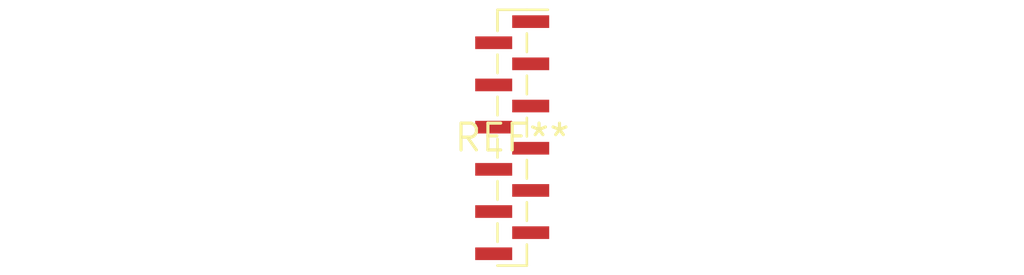
<source format=kicad_pcb>
(kicad_pcb (version 20240108) (generator pcbnew)
  (layers (0 "F.Cu" signal) (31 "B.Cu" signal) (34 "B.Paste" user) (35 "F.Paste" user) (36 "B.SilkS" user "B.Silkscreen") (37 "F.SilkS" user "F.Silkscreen") (38 "B.Mask" user) (39 "F.Mask" user) (44 "Edge.Cuts" user))
  (net 0 "")
  (footprint "PinHeader_1x12_P1.00mm_Vertical_SMD_Pin1Right" (layer "F.Cu") (at 0 0)
    (property "Reference" "REF**")
    (property "Value" "PinHeader_1x12_P1.00mm_Vertical_SMD_Pin1Right")
    (fp_line (start -0.695 -6.06) (end -0.695 -5.06) (layer "F.SilkS") (stroke (width 0.12)))
    (fp_line (start -0.695 -6.06) (end 0.695 -6.06) (layer "F.SilkS") (stroke (width 0.12)))
    (fp_line (start -0.695 -5.94) (end -0.695 -5.06) (layer "F.SilkS") (stroke (width 0.12)))
    (fp_line (start -0.695 -3.94) (end -0.695 -3.06) (layer "F.SilkS") (stroke (width 0.12)))
    (fp_line (start -0.695 -1.94) (end -0.695 -1.06) (layer "F.SilkS") (stroke (width 0.12)))
    (fp_line (start -0.695 0.06) (end -0.695 0.94) (layer "F.SilkS") (stroke (width 0.12)))
    (fp_line (start -0.695 2.06) (end -0.695 2.94) (layer "F.SilkS") (stroke (width 0.12)))
    (fp_line (start -0.695 4.06) (end -0.695 4.94) (layer "F.SilkS") (stroke (width 0.12)))
    (fp_line (start -0.695 6.06) (end -0.695 6.06) (layer "F.SilkS") (stroke (width 0.12)))
    (fp_line (start -0.695 6.06) (end 0.695 6.06) (layer "F.SilkS") (stroke (width 0.12)))
    (fp_line (start 0.695 -6.06) (end 0.695 -6.06) (layer "F.SilkS") (stroke (width 0.12)))
    (fp_line (start 0.695 -6.06) (end 1.69 -6.06) (layer "F.SilkS") (stroke (width 0.12)))
    (fp_line (start 0.695 -4.94) (end 0.695 -4.06) (layer "F.SilkS") (stroke (width 0.12)))
    (fp_line (start 0.695 -2.94) (end 0.695 -2.06) (layer "F.SilkS") (stroke (width 0.12)))
    (fp_line (start 0.695 -0.94) (end 0.695 -0.06) (layer "F.SilkS") (stroke (width 0.12)))
    (fp_line (start 0.695 1.06) (end 0.695 1.94) (layer "F.SilkS") (stroke (width 0.12)))
    (fp_line (start 0.695 3.06) (end 0.695 3.94) (layer "F.SilkS") (stroke (width 0.12)))
    (fp_line (start 0.695 5.06) (end 0.695 6.06) (layer "F.SilkS") (stroke (width 0.12)))
    (pad "1" smd rect (at 0.875 -5.5) (size 1.75 0.6) (layers "F.Cu" "F.Paste" "F.Mask"))
    (pad "2" smd rect (at -0.875 -4.5) (size 1.75 0.6) (layers "F.Cu" "F.Paste" "F.Mask"))
    (pad "3" smd rect (at 0.875 -3.5) (size 1.75 0.6) (layers "F.Cu" "F.Paste" "F.Mask"))
    (pad "4" smd rect (at -0.875 -2.5) (size 1.75 0.6) (layers "F.Cu" "F.Paste" "F.Mask"))
    (pad "5" smd rect (at 0.875 -1.5) (size 1.75 0.6) (layers "F.Cu" "F.Paste" "F.Mask"))
    (pad "6" smd rect (at -0.875 -0.5) (size 1.75 0.6) (layers "F.Cu" "F.Paste" "F.Mask"))
    (pad "7" smd rect (at 0.875 0.5) (size 1.75 0.6) (layers "F.Cu" "F.Paste" "F.Mask"))
    (pad "8" smd rect (at -0.875 1.5) (size 1.75 0.6) (layers "F.Cu" "F.Paste" "F.Mask"))
    (pad "9" smd rect (at 0.875 2.5) (size 1.75 0.6) (layers "F.Cu" "F.Paste" "F.Mask"))
    (pad "10" smd rect (at -0.875 3.5) (size 1.75 0.6) (layers "F.Cu" "F.Paste" "F.Mask"))
    (pad "11" smd rect (at 0.875 4.5) (size 1.75 0.6) (layers "F.Cu" "F.Paste" "F.Mask"))
    (pad "12" smd rect (at -0.875 5.5) (size 1.75 0.6) (layers "F.Cu" "F.Paste" "F.Mask"))
  )
)
</source>
